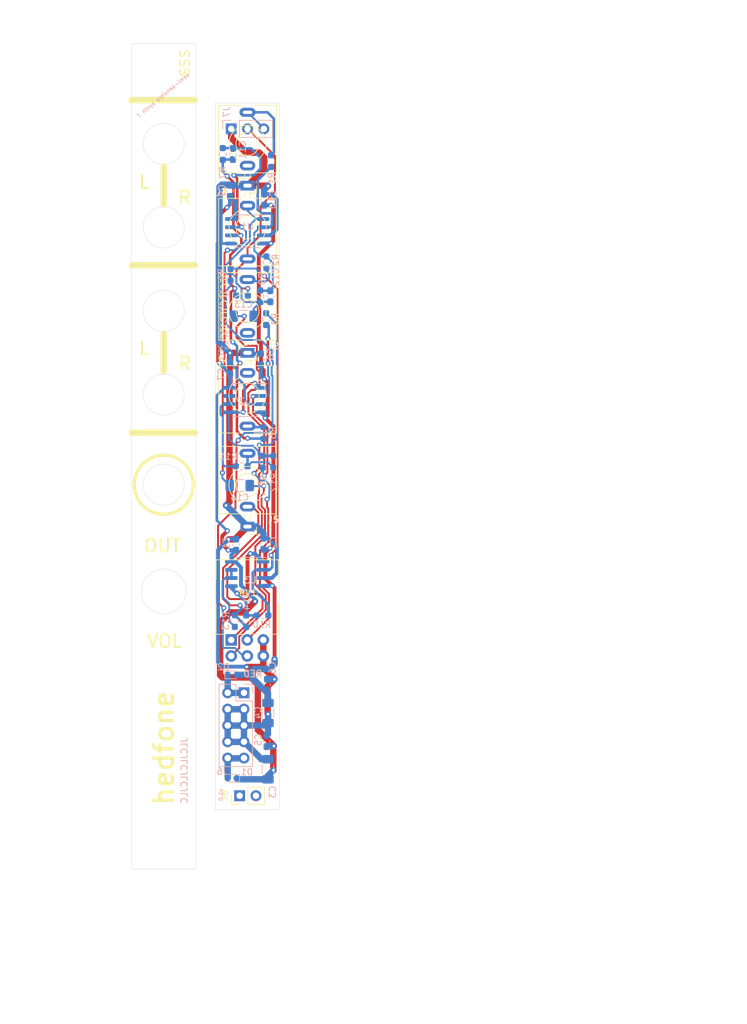
<source format=kicad_pcb>
(kicad_pcb (version 20211014) (generator pcbnew)
  (layers (0 "F.Cu" signal) (31 "B.Cu" signal) (34 "B.Paste" user) (35 "F.Paste" user) (36 "B.SilkS" user "B.Silkscreen") (37 "F.SilkS" user "F.Silkscreen") (38 "B.Mask" user) (39 "F.Mask" user) (44 "Edge.Cuts" user))
  (net 0 "")
  (net 1 "GND")
  (net 2 "+12V")
  (net 3 "-12V")
  (net 4 "Net-(D1-Pad2)")
  (net 5 "Net-(D2-Pad1)")
  (net 8 "Net-(J4-PadT)")
  (net 9 "Net-(R10-Pad1)")
  (net 10 "Net-(R11-Pad2)")
  (net 13 "Net-(R10-Pad2)")
  (net 14 "Net-(R13-Pad2)")
  (net 15 "Net-(J2-PadT)")
  (net 17 "Net-(C11-Pad2)")
  (net 18 "Net-(C12-Pad2)")
  (net 19 "Net-(C11-Pad1)")
  (net 20 "Net-(C13-Pad2)")
  (net 21 "Net-(C14-Pad2)")
  (net 22 "Net-(J5-PadT)")
  (net 23 "Net-(J5-PadTN)")
  (net 24 "Net-(R3-Pad1)")
  (net 25 "Net-(R12-Pad2)")
  (net 26 "/L_POT_OUT")
  (net 27 "/R_POT_OUT")
  (net 28 "L_IN")
  (net 29 "R_IN")
  (net 30 "Net-(R2-Pad1)")
  (footprint "MountingHole:MountingHole_3.2mm_M3" (layer "F.Cu") (at -10.4816 116.25)
    (fp_text reference "M3 Screw")
    (fp_text value "MountingHole_3.2mm_M3")
  )
  (footprint "Eurorack:3.5mm_tip_switch_thonkiconn" (layer "F.Cu") (at 5.03 65.944 180)
    (fp_text reference "J5")
    (fp_text value "OUT_LR")
  )
  (footprint "Potentiometer_THT:Potentiometer_Alpha_RD902F-40-00D_Dual_Vertical" (layer "F.Cu") (at 2.4892 83.584 90)
    (fp_text reference "RV1")
    (fp_text value "A100K")
  )
  (footprint "Eurorack:3.5mm_tip_switch_thonkiconn" (layer "F.Cu") (at 5.03 12.8774)
    (fp_text reference "J3")
    (fp_text value "IN_R1")
  )
  (footprint "Eurorack:3.5mm_tip_switch_thonkiconn" (layer "F.Cu") (at 5.03 38.893 180)
    (fp_text reference "J2")
    (fp_text value "IN_L2")
  )
  (footprint "Connector_PinHeader_2.54mm:PinHeader_1x02_P2.54mm_Vertical" (layer "F.Cu") (at 3.805 107.841 90)
    (fp_text reference "J8")
    (fp_text value "Conn_01x02_Female")
  )
  (footprint "Eurorack:3.5mm_tip_switch_thonkiconn" (layer "F.Cu") (at 5.03 12.858 180)
    (fp_text reference "J1")
    (fp_text value "IN_L1")
  )
  (footprint "MountingHole:MountingHole_3.2mm_M3" (layer "F.Cu") (at -10.4816 -6.25)
    (fp_text reference "M3 screw")
    (fp_text value locked "MountingHole_3.2mm_M3")
  )
  (footprint "Eurorack:3.5mm_tip_switch_thonkiconn" (layer "F.Cu") (at 5.03 38.907)
    (fp_text reference "J4")
    (fp_text value "IN_R2")
  )
  (footprint "Resistor_SMD:R_0603_1608Metric_Pad0.98x0.95mm_HandSolder" (layer "B.Cu") (at 3.048 80.6376 -90)
    (fp_text reference "R13")
    (fp_text value "47")
  )
  (footprint "Capacitor_SMD:C_0603_1608Metric_Pad1.08x0.95mm_HandSolder" (layer "B.Cu") (at 2.7432 7.9428 90)
    (fp_text reference "C11")
    (fp_text value "47p")
  )
  (footprint "Resistor_SMD:R_0603_1608Metric_Pad0.98x0.95mm_HandSolder" (layer "B.Cu") (at 4.1656 29.99)
    (fp_text reference "R5")
    (fp_text value "100k")
  )
  (footprint "Capacitor_SMD:C_1206_3216Metric_Pad1.33x1.80mm_HandSolder" (layer "B.Cu") (at 8.2088 103.7208 90)
    (fp_text reference "C3")
    (fp_text value "10u")
  )
  (footprint "Package_SO:SOIC-8_3.9x4.9mm_P1.27mm" (layer "B.Cu") (at 4.983 73.317 180)
    (fp_text reference "U3")
    (fp_text value "NE5532")
  )
  (footprint "Capacitor_SMD:C_1206_3216Metric_Pad1.33x1.80mm_HandSolder" (layer "B.Cu") (at 4.4196 33.1904 180)
    (fp_text reference "C13")
    (fp_text value "10u")
  )
  (footprint "Capacitor_SMD:C_0603_1608Metric_Pad1.08x0.95mm_HandSolder" (layer "B.Cu") (at 7.523 68.618 90)
    (fp_text reference "C2")
    (fp_text value "100n")
  )
  (footprint "Resistor_SMD:R_0603_1608Metric_Pad0.98x0.95mm_HandSolder" (layer "B.Cu") (at 4.826 80.6884 90)
    (fp_text reference "R14")
    (fp_text value "47")
  )
  (footprint "Resistor_SMD:R_0603_1608Metric_Pad0.98x0.95mm_HandSolder" (layer "B.Cu") (at 7.0104 30.0916 90)
    (fp_text reference "R8")
    (fp_text value "43k")
  )
  (footprint "Capacitor_SMD:C_1206_3216Metric_Pad1.33x1.80mm_HandSolder" (layer "B.Cu") (at 8.2088 94.9578 90)
    (fp_text reference "C4")
    (fp_text value "10u")
  )
  (footprint "Resistor_SMD:R_0603_1608Metric_Pad0.98x0.95mm_HandSolder" (layer "B.Cu") (at 9.0424 55.8472 90)
    (fp_text reference "R12")
    (fp_text value "47")
  )
  (footprint "Capacitor_SMD:C_0603_1608Metric_Pad1.08x0.95mm_HandSolder" (layer "B.Cu") (at 8.001 99.332 -90)
    (fp_text reference "C5")
    (fp_text value "100n")
  )
  (footprint "Resistor_SMD:R_0603_1608Metric_Pad0.98x0.95mm_HandSolder" (layer "B.Cu") (at 7.4168 55.8472 -90)
    (fp_text reference "R9")
    (fp_text value "10k")
  )
  (footprint "Diode_SMD:D_SOD-523" (layer "B.Cu") (at 2.6416 105.1232 180)
    (fp_text reference "D1")
    (fp_text value "1N5819WS")
  )
  (footprint "Resistor_SMD:R_0603_1608Metric_Pad0.98x0.95mm_HandSolder" (layer "B.Cu") (at 7.366 79.774)
    (fp_text reference "R10")
    (fp_text value "10k")
  )
  (footprint "Capacitor_SMD:C_0603_1608Metric_Pad1.08x0.95mm_HandSolder" (layer "B.Cu") (at 8.0818 90.5636 90)
    (fp_text reference "C6")
    (fp_text value "100n")
  )
  (footprint "Resistor_SMD:R_0603_1608Metric_Pad0.98x0.95mm_HandSolder" (layer "B.Cu") (at 1.1684 7.9428 -90)
    (fp_text reference "R7")
    (fp_text value "43k")
  )
  (footprint "Capacitor_SMD:C_0603_1608Metric_Pad1.08x0.95mm_HandSolder" (layer "B.Cu") (at 7.62 15.0548 90)
    (fp_text reference "C10")
    (fp_text value "100n")
  )
  (footprint "Resistor_SMD:R_0603_1608Metric_Pad0.98x0.95mm_HandSolder" (layer "B.Cu") (at 2.3876 26.7407 -90)
    (fp_text reference "R4")
    (fp_text value "10k")
  )
  (footprint "Resistor_SMD:R_0603_1608Metric_Pad0.98x0.95mm_HandSolder" (layer "B.Cu") (at 7.5184 51.3768 90)
    (fp_text reference "R6")
    (fp_text value "100k")
  )
  (footprint "Package_SO:SOIC-8_3.9x4.9mm_P1.27mm" (layer "B.Cu") (at 4.6228 46.246 180)
    (fp_text reference "U2")
    (fp_text value "NE5532")
  )
  (footprint "Diode_SMD:D_SOD-523" (layer "B.Cu") (at 2.6416 89.0196)
    (fp_text reference "D2")
    (fp_text value "1N5819WS")
  )
  (footprint "Capacitor_SMD:C_0603_1608Metric_Pad1.08x0.95mm_HandSolder" (layer "B.Cu") (at 2.316 41.313 90)
    (fp_text reference "C7")
    (fp_text value "100n")
  )
  (footprint "Capacitor_SMD:C_1206_3216Metric_Pad1.33x1.80mm_HandSolder" (layer "B.Cu") (at 3.81 59.5556)
    (fp_text reference "C14")
    (fp_text value "10u")
  )
  (footprint "Resistor_SMD:R_0603_1608Metric_Pad0.98x0.95mm_HandSolder" (layer "B.Cu") (at 7.9248 33.6476 90)
    (fp_text reference "R3")
    (fp_text value "10k")
  )
  (footprint "Resistor_SMD:R_0603_1608Metric_Pad0.98x0.95mm_HandSolder" (layer "B.Cu") (at 8.6868 9.0604 90)
    (fp_text reference "R1")
    (fp_text value "100k")
  )
  (footprint "Capacitor_SMD:C_0603_1608Metric_Pad1.08x0.95mm_HandSolder" (layer "B.Cu") (at 7.112 39.896 90)
    (fp_text reference "C8")
    (fp_text value "100n")
  )
  (footprint "Connector_PinHeader_2.54mm:PinHeader_1x03_P2.54mm_Vertical" (layer "B.Cu") (at 2.4892 4.0312 -90)
    (fp_text reference "J7")
    (fp_text value "Conn_01x03_Male")
  )
  (footprint "Package_SO:SOIC-8_3.9x4.9mm_P1.27mm" (layer "B.Cu") (at 4.983 19.977 180)
    (fp_text reference "U1")
    (fp_text value "TL072")
  )
  (footprint "Capacitor_SMD:C_0603_1608Metric_Pad1.08x0.95mm_HandSolder" (layer "B.Cu") (at 2.286 13.6832 90)
    (fp_text reference "C9")
    (fp_text value "100n")
  )
  (footprint "Resistor_SMD:R_0603_1608Metric_Pad0.98x0.95mm_HandSolder" (layer "B.Cu") (at 4.1148 56.5584 180)
    (fp_text reference "R11")
    (fp_text value "47")
  )
  (footprint "Capacitor_SMD:C_0603_1608Metric_Pad1.08x0.95mm_HandSolder" (layer "B.Cu") (at 8.5852 30.0916 -90)
    (fp_text reference "C12")
    (fp_text value "47p")
  )
  (footprint "Capacitor_SMD:C_0603_1608Metric_Pad1.08x0.95mm_HandSolder" (layer "B.Cu") (at 3.2512 68.7504 90)
    (fp_text reference "C1")
    (fp_text value "100n")
  )
  (footprint "Connector_PinHeader_2.54mm:PinHeader_2x05_P2.54mm_Vertical" (layer "B.Cu") (at 4.48 91.8186 180)
    (fp_text reference "J6")
    (fp_text value "Eurorack Power")
  )
  (footprint "Resistor_SMD:R_0603_1608Metric_Pad0.98x0.95mm_HandSolder" (layer "B.Cu") (at 7.9756 24.8084 -90)
    (fp_text reference "R2")
    (fp_text value "100k")
  )
  (gr_line (start -3.1496 51.326) (end -13.0048 51.326) (layer "F.SilkS") (width 1))
  (gr_line (start -3.1496 25.2656) (end -13.0048 25.2656) (layer "F.SilkS") (width 1))
  (gr_circle (center -8.0216 59.429) (end -3.4216 59.429) (layer "F.SilkS") (width 0.5) (fill none))
  (gr_line (start -3.2004 -0.4392) (end -13.0556 -0.4392) (layer "F.SilkS") (width 1))
  (gr_line (start -8.03 41.83) (end -8.03 35.96) (layer "F.SilkS") (width 1))
  (gr_line (start -8.0264 15.8054) (end -8.0264 9.9354) (layer "F.SilkS") (width 1))
  (gr_line (start 0.03 0.02) (end 10.03 0.02) (layer "Edge.Cuts") (width 0.05))
  (gr_line (start 10.03 0.02) (end 10.03 110.02) (layer "Edge.Cuts") (width 0.05))
  (gr_circle locked (center -8.0216 59.429) (end -4.8216 59.429) (layer "Edge.Cuts") (width 0.05) (fill none))
  (gr_circle (center -8.0216 76.0604) (end -4.5216 76.0604) (layer "Edge.Cuts") (width 0.05) (fill none))
  (gr_circle locked (center -8.0216 6.368) (end -4.8216 6.368) (layer "Edge.Cuts") (width 0.05) (fill none))
  (gr_line (start 0.03 110.02) (end 10.03 110.02) (layer "Edge.Cuts") (width 0.05))
  (gr_line (start 0.03 0.02) (end 0.03 110.02) (layer "Edge.Cuts") (width 0.05))
  (gr_circle locked (center -8.0216 32.403) (end -4.8216 32.403) (layer "Edge.Cuts") (width 0.05) (fill none))
  (gr_line locked (start -13.0216 -9.25) (end -3.0216 -9.25) (layer "Edge.Cuts") (width 0.05))
  (gr_line locked (start -13.0216 -9.25) (end -13.0216 119.25) (layer "Edge.Cuts") (width 0.05))
  (gr_line (start -3.0216 -9.25) (end -3.0216 119.25) (layer "Edge.Cuts") (width 0.05))
  (gr_circle locked (center -8.0216 19.3732) (end -4.8216 19.3732) (layer "Edge.Cuts") (width 0.05) (fill none))
  (gr_line locked (start -13.0216 119.25) (end -3.0216 119.25) (layer "Edge.Cuts") (width 0.05))
  (gr_circle locked (center -8.0216 45.3828) (end -4.8216 45.3828) (layer "Edge.Cuts") (width 0.05) (fill none))
  (gr_text "semi-sensible synth ?" (at -8.128 -1.2012 40) (layer "B.SilkS") (effects (font (size 0.6 0.6) (thickness 0.1)) (justify mirror)))
  (gr_text "Andrew Perry, 2023" (at 0.8128 35.5272 90) (layer "B.SilkS") (effects (font (size 0.6 0.6) (thickness 0.1)) (justify mirror)))
  (gr_text "CC BY 4.0" (at 1.8796 36.086 90) (layer "B.SilkS") (effects (font (size 0.6 0.6) (thickness 0.1)) (justify mirror)))
  (gr_text "v1.0" (at 0.8636 107.714 90) (layer "B.SilkS") (effects (font (size 0.6 0.6) (thickness 0.1)) (justify mirror)))
  (gr_text "JLCJLCJLCJLC" (at -4.826 103.9548 90) (layer "B.SilkS") (effects (font (size 1 1)) (justify mirror)))
  (gr_text "RED" (at 5.842 88.8672) (layer "B.SilkS") (effects (font (size 1 1) (thickness 0.2)) (justify mirror)))
  (gr_text "SSS" (at -4.7244 -6.2304 90) (layer "F.SilkS") (effects (font (size 1.5 1.5) (thickness 0.2))))
  (gr_text "L" (at -11.0744 12.3116) (layer "F.SilkS") (effects (font (size 2 2) (thickness 0.3))))
  (gr_text "R" (at -4.7244 40.5564) (layer "F.SilkS") (effects (font (size 2 2) (thickness 0.3))))
  (gr_text "JLCJLCJLCJLC" (at 1.3208 31.6156 -90) (layer "F.SilkS") (effects (font (size 1 1))))
  (gr_text "L" (at -11.0744 38.2196) (layer "F.SilkS") (effects (font (size 2 2) (thickness 0.3))))
  (gr_text "VOL" (at -7.874 83.7872) (layer "F.SilkS") (effects (font (size 2 2) (thickness 0.3))))
  (gr_text "hedfone" (at -8 109.5936 90) (layer "F.SilkS") (effects (font (size 3 3) (thickness 0.5)) (justify left)))
  (gr_text "R" (at -4.7752 14.6992) (layer "F.SilkS") (effects (font (size 2 2) (thickness 0.3))))
  (gr_text "OUT" (at -8.2296 68.9028) (layer "F.SilkS") (effects (font (size 2 2) (thickness 0.3))))
  (segment (start 1.6764 62.6544) (end 2.217111 62.113689) (width 1) (layer "F.Cu") (net 1))
  (segment (start 4.914465 87.787265) (end 4.889806 87.787265) (width 0.6) (layer "F.Cu") (net 1))
  (segment (start 7.62 10.2874) (end 5.03 12.8774) (width 1) (layer "F.Cu") (net 1))
  (segment (start 3.0364 67.9376) (end 5.03 65.944) (width 1) (layer "F.Cu") (net 1))
  (segment (start 7.4892 83.584) (end 7.4892 86.084) (width 1) (layer "F.Cu") (net 1))
  (segment (start 2.4892 4.0312) (end 2.4892 5.4536) (width 1) (layer "F.Cu") (net 1))
  (segment (start 8.158 90.7922) (end 9.2248 89.7254) (width 1) (layer "F.Cu") (net 1))
  (segment (start 7.376 87.8004) (end 9.2248 89.6492) (width 1) (layer "F.Cu") (net 1))
  (segment (start 4.9276 87.8004) (end 4.914465 87.787265) (width 0.6) (layer "F.Cu") (net 1))
  (segment (start 7.62 8.5016) (end 7.62 10.2874) (width 1) (layer "F.Cu") (net 1))
  (segment (start 2.309 38.907) (end 5.03 38.907) (width 1) (layer "F.Cu") (net 1))
  (segment (start 8.2296 12.9212) (end 8.1858 12.8774) (width 1) (layer "F.Cu") (net 1))
  (segment (start 9.2248 89.6492) (end 9.2248 89.7254) (width 1) (layer "F.Cu") (net 1))
  (segment (start 2.310231 41.218741) (end 2.310231 38.945031) (width 1) (layer "F.Cu") (net 1))
  (segment (start 7.376 87.8004) (end 7.4892 87.6872) (width 1) (layer "F.Cu") (net 1))
  (segment (start 6.858 7.7396) (end 7.62 8.5016) (width 1) (layer "F.Cu") (net 1))
  (segment (start 2.4892 5.4536) (end 4.7752 7.7396) (width 1) (layer "F.Cu") (net 1))
  (segment (start 8.158 95.0594) (end 8.158 90.7922) (width 1) (layer "F.Cu") (net 1))
  (segment (start 7.4892 87.6872) (end 7.4892 86.084) (width 1) (layer "F.Cu") (net 1))
  (segment (start 8.2342 95.1356) (end 8.158 95.0594) (width 1) (layer "F.Cu") (net 1))
  (segment (start 2.217111 41.311861) (end 2.310231 41.218741) (width 1) (layer "F.Cu") (net 1))
  (segment (start 2.0828 67.9376) (end 3.0364 67.9376) (width 1) (layer "F.Cu") (net 1))
  (segment (start 2.310231 38.945031) (end 2.2906 38.9254) (width 1) (layer "F.Cu") (net 1))
  (segment (start 4.7752 7.7396) (end 6.858 7.7396) (width 1) (layer "F.Cu") (net 1))
  (segment (start 8.1858 12.8774) (end 5.03 12.8774) (width 1) (layer "F.Cu") (net 1))
  (segment (start 2.2906 38.9254) (end 2.309 38.907) (width 0.6) (layer "F.Cu") (net 1))
  (segment (start 2.217111 62.113689) (end 2.217111 41.311861) (width 1) (layer "F.Cu") (net 1))
  (segment (start 4.9276 87.8004) (end 7.376 87.8004) (width 1) (layer "F.Cu") (net 1))
  (via (at 1.6764 62.6544) (size 0.8) (drill 0.4) (layers "F.Cu" "B.Cu") (net 1))
  (via (at 8.2296 12.9212) (size 0.8) (drill 0.4) (layers "F.Cu" "B.Cu") (net 1))
  (via (at 2.2906 38.9254) (size 0.8) (drill 0.4) (layers "F.Cu" "B.Cu") (net 1))
  (via (at 2.0828 67.9376) (size 0.8) (drill 0.4) (layers "F.Cu" "B.Cu") (net 1))
  (via (at 9.2248 89.7254) (size 0.8) (drill 0.4) (layers "F.Cu" "B.Cu") (net 1))
  (via (at 4.889806 87.787265) (size 0.8) (drill 0.4) (layers "F.Cu" "B.Cu") (net 1))
  (via (at 8.2342 95.1356) (size 0.8) (drill 0.4) (layers "F.Cu" "B.Cu") (net 1))
  (segment (start 4.48 96.8986) (end 7.8305 96.8986) (width 1) (layer "B.Cu") (net 1))
  (segment (start 4.889806 87.787265) (end 4.852141 87.7496) (width 0.6) (layer "B.Cu") (net 1))
  (segment (start 1.935 94.379) (end 1.935 96.919) (width 1) (layer "B.Cu") (net 1))
  (segment (start 0.43396 69.58644) (end 2.0828 67.9376) (width 0.6) (layer "B.Cu") (net 1))
  (segment (start 0.43396 87.01516) (end 0.43396 69.58644) (width 0.6) (layer "B.Cu") (net 1))
  (segment (start 4.475 94.379) (end 4.475 96.919) (width 1) (layer "B.Cu") (net 1))
  (segment (start 8.232821 67.7555) (end 7.523 67.7555) (width 0.6) (layer "B.Cu") (net 1))
  (segment (start 7.1997 102.1583) (end 8.2088 102.1583) (width 1) (layer "B.Cu") (net 1))
  (segment (start 7.458 73.952) (end 8.8192 73.952) (width 0.6) (layer "B.Cu") (net 1))
  (segment (start 1.6764 62.6544) (end 1.7404 62.6544) (width 1) (layer "B.Cu") (net 1))
  (segment (start 2.508 21.882) (end 0.62216 21.882) (width 0.4) (layer "B.Cu") (net 1))
  (segment (start 9.58952 70.789518) (end 9.6012 70.777838) (width 0.6) (layer "B.Cu") (net 1))
  (segment (start 8.2088 96.5203) (end 8.2088 98.2617) (width 1) (layer "B.Cu") (net 1))
  (segment (start 7.523 67.7555) (end 7.523 66.977) (width 1) (layer "B.Cu") (net 1))
  (segment (start 2.316 38.9508) (end 2.316 40.4505) (width 0.6) (layer "B.Cu") (net 1))
  (segment (start 7.62 13.5308) (end 7.62 14.1923) (width 1) (layer "B.Cu") (net 1))
  (segment (start 9.56872 19.65928) (end 9.56872 15.02232) (width 0.6) (layer "B.Cu") (net 1))
  (segment (start 9.2005 89.7011) (end 8.0818 89.7011) (width 1) (layer "B.Cu") (net 1))
  (segment (start 9.56872 15.02232) (end 8.7387 14.1923) (width 0.6) (layer "B.Cu") (net 1))
  (segment (start 4.852141 87.7496) (end 1.1684 87.7496) (width 0.6) (layer "B.Cu") (net 1))
  (segment (start 2.0828 67.9376) (end 2.1325 67.8879) (width 0.6) (layer "B.Cu") (net 1))
  (segment (start 8.1711 102.1206) (end 8.2088 102.1583) (width 1) (layer "B.Cu") (net 1))
  (segment (start 0.57508 21.92908) (end 0.6604 21.84376) (width 1) (layer "B.Cu") (net 1))
  (segment (start 4.475 99.459) (end 1.935 99.459) (width 1) (layer "B.Cu") (net 1))
  (segment (start 2.1833 12.718) (end 2.286 12.8207) (width 1) (layer "B.Cu") (net 1))
  (segment (start 2.9326 12.858) (end 5.03 12.858) (width 1) (layer "B.Cu") (net 1))
  (segment (start 8.2342 95.1356) (end 8.2342 96.4949) (width 1) (layer "B.Cu") (net 1))
  (segment (start 2.1325 67.8879) (end 3.2512 67.8879) (width 0.6) (layer "B.Cu") (net 1))
  (segment (start 1.7404 62.6544) (end 5.03 65.944) (width 1) (layer "B.Cu") (net 1))
  (segment (start 8.2296 12.9212) (end 7.62 13.5308) (width 1) (layer "B.Cu") (net 1))
  (segment (start 7.8305 96.8986) (end 8.2088 96.5203) (width 1) (layer "B.Cu") (net 1))
  (segment (start 7.523 66.977) (end 6.49 65.944) (width 1) (layer "B.Cu") (net 1))
  (segment (start 5.1565 39.0335) (end 5.03 38.907) (width 0.6) (layer "B.Cu") (net 1))
  (segment (start 6.49 65.944) (end 5.03 65.944) (width 1) (layer "B.Cu") (net 1))
  (segment (start 4.475 96.919) (end 4.475 99.459) (width 1) (layer "B.Cu") (net 1))
  (segment (start 1.016 12.718) (end 2.1833 12.718) (width 1) (layer "B.Cu") (net 1))
  (segment (start 8.616 20.612) (end 9.56872 19.65928) (width 0.6) (layer "B.Cu") (net 1))
  (segment (start 3.3528 41.4873) (end 2.316 40.4505) (width 0.4) (layer "B.Cu") (net 1))
  (segment (start 7.0978 46.881) (end 5.3086 46.881) (width 0.4) (layer "B.Cu") (net 1))
  (segment (start 7.458 20.612) (end 8.616 20.612) (width 0.6) (layer "B.Cu") (net 1))
  (segment (start 5.3086 46.881) (end 4.572 46.1444) (width 0.4) (layer "B.Cu") (net 1))
  (segment (start 3.3528 42.69) (end 3.3528 41.4873) (width 0.4) (layer "B.Cu") (net 1))
  (segment (start 2.2906 38.9254) (end 2.316 38.9508) (width 0.6) (layer "B.Cu") (net 1))
  (segment (start 1.935 96.919) (end 4.475 96.919) (width 1) (layer "B.Cu") (net 1))
  (segment (start 7.112 39.0335) (end 5.1565 39.0335) (width 0.6) (layer "B.Cu") (net 1))
  (segment (start 8.2088 98.2617) (end 8.001 98.4695) (width 1) (layer "B.Cu") (net 1))
  (segment (start 8.8192 73.952) (end 9.58952 73.18168) (width 0.6) (layer "B.Cu") (net 1))
  (segment (start 4.48 99.4386) (end 7.1997 102.1583) (width 1) (layer "B.Cu") (net 1))
  (segment (start 0.6604 13.0736) (end 1.016 12.718) (width 1) (layer "B.Cu") (net 1))
  (segment (start 9.2248 89.7254) (end 9.2005 89.7011) (width 1) (layer "B.Cu") (net 1))
  (segment (start 1.1684 87.7496) (end 0.43396 87.01516) (width 0.6) (layer "B.Cu") (net 1))
  (segment (start 9.6012 69.123879) (end 8.232821 67.7555) (width 0.6) (layer "B.Cu") (net 1))
  (segment (start 8.7387 14.1923) (end 7.62 14.1923) (width 0.6) (layer "B.Cu") (net 1))
  (segment (start 4.572 43.9092) (end 3.3528 42.69) (width 0.4) (layer "B.Cu") (net 1))
  (segment (start 1.935 96.919) (end 1.935 99.459) (width 1) (layer "B.Cu") (net 1))
  (segment (start 2.286 12.8207) (end 2.8953 12.8207) (width 1) (layer "B.Cu") (net 1))
  (segment (start 2.316 38.9508) (end 0.57508 37.20988) (width 1) (layer "B.Cu") (net 1))
  (segment (start 4.572 46.1444) (end 4.572 43.9092) (width 0.4) (layer "B.Cu") (net 1))
  (segment (start 9.6012 70.777838) (end 9.6012 69.123879) (width 0.6) (layer "B.Cu") (net 1))
  (segment (start 2.8953 12.8207) (end 2.9326 12.858) (width 1) (layer "B.Cu") (net 1))
  (segment (start 0.62216 21.882) (end 0.57508 21.92908) (width 0.4) (layer "B.Cu") (net 1))
  (segment (start 0.6604 21.84376) (end 0.6604 13.0736) (width 1) (layer "B.Cu") (net 1))
  (segment (start 0.57508 37.20988) (end 0.57508 21.92908) (width 1) (layer "B.Cu") (net 1))
  (segment (start 1.935 94.379) (end 4.475 94.379) (width 1) (layer "B.Cu") (net 1))
  (segment (start 9.58952 73.18168) (end 9.58952 70.789518) (width 0.6) (layer "B.Cu") (net 1))
  (segment (start 5.5372 89.426) (end 6.634 90.5228) (width 1) (layer "F.Cu") (net 2))
  (segment (start 6.1976 77.5896) (end 4.488489 79.298711) (width 1) (layer "F.Cu") (net 2))
  (segment (start 0.762 89.0704) (end 1.1176 89.426) (width 1) (layer "F.Cu") (net 2))
  (segment (start 6.634 97.584) (end 9.144 100.094) (width 1) (layer "F.Cu") (net 2))
  (segment (start 9.0724 103.8732) (end 9.047 103.8478) (width 1) (layer "F.Cu") (net 2))
  (segment (start 0.4572 40.3024) (end 0.7112 40.5564) (width 0.6) (layer "F.Cu") (net 2))
  (segment (start 9.047 103.8478) (end 9.047 100.241) (width 1) (layer "F.Cu") (net 2))
  (segment (start 1.8796 66.6168) (end 1.08328 67.41312) (width 0.6) (layer "F.Cu") (net 2))
  (segment (start 0.762 80.8408) (end 0.762 89.0704) (width 1) (layer "F.Cu") (net 2))
  (segment (start 1.08328 67.41312) (end 1.08328 68.66528) (width 0.6) (layer "F.Cu") (net 2))
  (segment (start 4.488489 79.298711) (end 2.304089 79.298711) (width 1) (layer "F.Cu") (net 2))
  (segment (start 1.08328 68.66528) (end 2.032 69.614) (width 0.6) (layer "F.Cu") (net 2))
  (segment (start 1.8288 16.274) (end 0.4572 17.6456) (width 0.6) (layer "F.Cu") (net 2))
  (segment (start 1.1176 89.426) (end 5.5372 89.426) (width 1) (layer "F.Cu") (net 2))
  (segment (start 6.634 90.5228) (end 6.634 97.584) (width 1) (layer "F.Cu") (net 2))
  (segment (start 0.4572 17.6456) (end 0.4572 40.3024) (width 0.6) (layer "F.Cu") (net 2))
  (segment (start 2.304089 79.298711) (end 0.762 80.8408) (width 1) (layer "F.Cu") (net 2))
  (via (at 6.1976 77.5896) (size 0.8) (drill 0.4) (layers "F.Cu" "B.Cu") (net 2))
  (via (at 2.032 69.614) (size 0.8) (drill 0.4) (layers "F.Cu" "B.Cu") (net 2))
  (via (at 9.144 100.094) (size 0.8) (drill 0.4) (layers "F.Cu" "B.Cu") (net 2))
  (via (at 1.8288 16.274) (size 0.8) (drill 0.4) (layers "F.Cu" "B.Cu") (net 2))
  (via (at 0.7112 40.5564) (size 0.8) (drill 0.4) (layers "F.Cu" "B.Cu") (net 2))
  (via (at 9.0724 103.8732) (size 0.8) (drill 0.4) (layers "F.Cu" "B.Cu") (net 2))
  (via (at 1.8796 66.6168) (size 0.8) (drill 0.4) (layers "F.Cu" "B.Cu") (net 2))
  (segment (start 1.8796 66.6168) (end 0.254 64.9912) (width 0.4) (layer "B.Cu") (net 2))
  (segment (start 6.1976 77.5896) (end 6.1976 77.2848) (width 0.6) (layer "B.Cu") (net 2))
  (segment (start 3.1496 15.4093) (end 3.1496 17.4304) (width 0.6) (layer "B.Cu") (net 2))
  (segment (start 9.1251 100.1129) (end 8.2342 100.1129) (width 1) (layer "B.Cu") (net 2))
  (segment (start 0.254 45.5086) (end 1.4216 44.341) (width 0.4) (layer "B.Cu") (net 2))
  (segment (start 1.34148 41.18668) (end 1.34148 41.20098) (width 0.6) (layer "B.Cu") (net 2))
  (segment (start 1.34148 41.20098) (end 2.316 42.1755) (width 0.6) (layer "B.Cu") (net 2))
  (segment (start 2.508 71.412) (end 2.508 70.3561) (width 0.6) (layer "B.Cu") (net 2))
  (segment (start 1.4216 44.341) (end 2.1478 44.341) (width 0.4) (layer "B.Cu") (net 2))
  (segment (start 2.508 70.3561) (end 3.2512 69.6129) (width 0.6) (layer "B.Cu") (net 2))
  (segment (start 1.8288 16.274) (end 2.286 15.8168) (width 0.6) (layer "B.Cu") (net 2))
  (segment (start 0.7112 40.5564) (end 1.34148 41.18668) (width 0.6) (layer "B.Cu") (net 2))
  (segment (start 2.3368 42.1963) (end 2.316 42.1755) (width 0.6) (layer "B.Cu") (net 2))
  (segment (start 2.032 69.614) (end 2.0331 69.6129) (width 0.4) (layer "B.Cu") (net 2))
  (segment (start 8.2088 104.7368) (end 8.2088 105.2833) (width 1) (layer "B.Cu") (net 2))
  (segment (start 2.0331 69.6129) (end 3.2512 69.6129) (width 0.6) (layer "B.Cu") (net 2))
  (segment (start 2.286 14.5457) (end 3.1496 15.4093) (width 0.6) (layer "B.Cu") (net 2))
  (segment (start 4.0132 72.293641) (end 3.131559 71.412) (width 0.6) (layer "B.Cu") (net 2))
  (segment (start 3.5017 105.2833) (end 3.3416 105.1232) (width 1) (layer "B.Cu") (net 2))
  (segment (start 4.0132 75.1004) (end 4.0132 72.293641) (width 0.6) (layer "B.Cu") (net 2))
  (segment (start 6.1976 77.2848) (end 4.0132 75.1004) (width 0.6) (layer "B.Cu") (net 2))
  (segment (start 2.3368 44.152) (end 2.3368 42.1963) (width 0.6) (layer "B.Cu") (net 2))
  (segment (start 9.0724 103.8732) (end 8.2088 104.7368) (width 1) (layer "B.Cu") (net 2))
  (segment (start 0.254 64.9912) (end 0.254 45.5086) (width 0.4) (layer "B.Cu") (net 2))
  (segment (start 2.286 15.8168) (end 2.286 14.5457) (width 0.6) (layer "B.Cu") (net 2))
  (segment (start 3.131559 71.412) (end 2.508 71.412) (width 0.6) (layer "B.Cu") (net 2))
  (segment (start 2.1478 44.341) (end 2.3368 44.152) (width 0.6) (layer "B.Cu") (net 2))
  (segment (start 8.2088 105.2833) (end 3.5017 105.2833) (width 1) (layer "B.Cu") (net 2))
  (segment (start 3.1496 17.4304) (end 2.508 18.072) (width 0.6) (layer "B.Cu") (net 2))
  (segment (start 7.129031 37.52445) (end 6.77952 37.174939) (width 0.6) (layer "F.Cu") (net 3))
  (segment (start 7.6583 42.9948) (end 7.55832 42.89482) (width 0.6) (layer "F.Cu") (net 3))
  (segment (start 6.77952 37.174939) (end 6.77952 34.239111) (width 0.6) (layer "F.Cu") (net 3))
  (segment (start 9.05328 68.770339) (end 8.514419 69.3092) (width 0.6) (layer "F.Cu") (net 3))
  (segment (start 7.802189 70.010089) (end 7.802189 74.063389) (width 0.6) (layer "F.Cu") (net 3))
  (segment (start 6.85131 34.167321) (end 6.85131 32.111879) (width 0.6) (layer "F.Cu") (net 3))
  (segment (start 9.2456 75.5068) (end 8.89 75.1512) (width 0.6) (layer "F.Cu") (net 3))
  (segment (start 9.05328 50.323216) (end 9.05328 68.770339) (width 0.6) (layer "F.Cu") (net 3))
  (segment (start 9.0216 21.50962) (end 8.66922 21.862) (width 0.6) (layer "F.Cu") (net 3))
  (segment (start 8.503078 69.3092) (end 7.802189 70.010089) (width 0.6) (layer "F.Cu") (net 3))
  (segment (start 6.77952 23.7517) (end 8.66922 21.862) (width 0.6) (layer "F.Cu") (net 3))
  (segment (start 6.77952 34.239111) (end 6.85131 34.167321) (width 0.6) (layer "F.Cu") (net 3))
  (segment (start 7.783532 49.053468) (end 9.05328 50.323216) (width 0.6) (layer "F.Cu") (net 3))
  (segment (start 8.66922 15.9184) (end 9.0216 16.27078) (width 0.6) (layer "F.Cu") (net 3))
  (segment (start 8.1788 48.6582) (end 7.783532 49.053468) (width 0.6) (layer "F.Cu") (net 3))
  (segment (start 7.558319 41.611803) (end 7.129031 41.182515) (width 0.6) (layer "F.Cu") (net 3))
  (segment (start 6.77952 32.040089) (end 6.77952 23.7517) (width 0.6) (layer "F.Cu") (net 3))
  (segment (start 7.802189 74.063389) (end 8.89 75.1512) (width 0.6) (layer "F.Cu") (net 3))
  (segment (start 8.1788 43.5153) (end 8.1788 48.6582) (width 0.6) (layer "F.Cu") (net 3))
  (segment (start 7.6583 42.9948) (end 8.1788 43.5153) (width 0.6) (layer "F.Cu") (net 3))
  (segment (start 8.514419 69.3092) (end 8.503078 69.3092) (width 0.6) (layer "F.Cu") (net 3))
  (segment (start 9.2456 86.5812) (end 9.2456 75.5068) (width 0.6) (layer "F.Cu") (net 3))
  (segment (start 9.0216 16.27078) (end 9.0216 21.50962) (width 0.6) (layer "F.Cu") (net 3))
  (segment (start 6.85131 32.111879) (end 6.77952 32.040089) (width 0.6) (layer "F.Cu") (net 3))
  (segment (start 7.129031 41.182515) (end 7.129031 37.52445) (width 0.6) (layer "F.Cu") (net 3))
  (segment (start 7.55832 42.89482) (end 7.558319 41.611803) (width 0.6) (layer "F.Cu") (net 3))
  (via (at 8.89 75.1512) (size 0.8) (drill 0.4) (layers "F.Cu" "B.Cu") (net 3))
  (via (at 8.66922 21.862) (size 0.8) (drill 0.4) (layers "F.Cu" "B.Cu") (net 3))
  (via (at 7.6583 42.9948) (size 0.8) (drill 0.4) (layers "F.Cu" "B.Cu") (net 3))
  (via (at 8.66922 15.9184) (size 0.8) (drill 0.4) (layers "F.Cu" "B.Cu") (net 3))
  (via (at 8.514419 69.3092) (size 0.8) (drill 0.4) (layers "F.Cu" "B.Cu") (net 3))
  (via (at 9.2456 86.5812) (size 0.8) (drill 0.4) (layers "F.Cu" "B.Cu") (net 3))
  (via (at 7.783532 49.053468) (size 0.8) (drill 0.4) (layers "F.Cu" "B.Cu") (net 3))
  (segment (start 5.822 89.5584) (end 8.2088 91.9452) (width 1) (layer "B.Cu") (net 3))
  (segment (start 7.478 21.862) (end 7.458 21.882) (width 0.6) (layer "B.Cu") (net 3))
  (segment (start 5.2124 89.0196) (end 5.822 88.41) (width 1) (layer "B.Cu") (net 3))
  (segment (start 7.783532 48.836732) (end 7.0978 48.151) (width 0.6) (layer "B.Cu") (net 3))
  (segment (start 7.112 42.4485) (end 7.112 40.7585) (width 0.6) (layer "B.Cu") (net 3))
  (segment (start 8.66922 15.9184) (end 7.6211 15.9184) (width 0.6) (layer "B.Cu") (net 3))
  (segment (start 3.3416 89.0196) (end 5.2124 89.0196) (width 1) (layer "B.Cu") (net 3))
  (segment (start 9.2456 86.5812) (end 9.2456 87.2924) (width 1) (layer "B.Cu") (net 3))
  (segment (start 8.4328 88.1052) (end 6.1268 88.1052) (width 1) (layer "B.Cu") (net 3))
  (segment (start 9.2456 87.2924) (end 8.4328 88.1052) (width 1) (layer "B.Cu") (net 3))
  (segment (start 7.783532 49.053468) (end 7.783532 48.836732) (width 0.6) (layer "B.Cu") (net 3))
  (segment (start 5.822 88.41) (end 5.822 89.5584) (width 1) (layer "B.Cu") (net 3))
  (segment (start 7.5288 75.1512) (end 7.458 75.222) (width 0.6) (layer "B.Cu") (net 3))
  (segment (start 8.514419 69.3092) (end 8.343119 69.4805) (width 0.6) (layer "B.Cu") (net 3))
  (segment (start 7.6583 42.9948) (end 7.112 42.4485) (width 0.6) (layer "B.Cu") (net 3))
  (segment (start 7.6211 15.9184) (end 7.62 15.9173) (width 0.6) (layer "B.Cu") (net 3))
  (segment (start 8.89 75.1512) (end 7.5288 75.1512) (width 0.6) (layer "B.Cu") (net 3))
  (segment (start 6.1268 88.1052) (end 5.822 88.41) (width 1) (layer "B.Cu") (net 3))
  (segment (start 8.2088 91.9452) (end 8.2088 93.3953) (width 1) (layer "B.Cu") (net 3))
  (segment (start 8.66922 21.862) (end 7.478 21.862) (width 0.6) (layer "B.Cu") (net 3))
  (segment (start 8.343119 69.4805) (end 7.523 69.4805) (width 0.6) (layer "B.Cu") (net 3))
  (segment (start 1.9604 102.0244) (end 4.4342 102.0244) (width 1) (layer "B.Cu") (net 4))
  (segment (start 1.94 103.558) (end 1.9416 103.5596) (width 1) (layer "B.Cu") (net 4))
  (segment (start 1.9416 103.5596) (end 1.9416 105.1232) (width 1) (layer "B.Cu") (net 4))
  (segment (start 1.94 101.9786) (end 1.94 103.558) (width 1) (layer "B.Cu") (net 4))
  (segment (start 1.94 91.8186) (end 1.94 89.0212) (width 1) (layer "B.Cu") (net 5))
  (segment (start 1.935 91.839) (end 4.475 91.839) (width 1) (layer "B.Cu") (net 5))
  (segment (start 1.94 89.0212) (end 1.9416 89.0196) (width 1) (layer "B.Cu") (net 5))
  (segment (start 5.1873 50.4643) (end 5.03 50.307) (width 0.4) (layer "B.Cu") (net 8))
  (segment (start 7.5184 50.4643) (end 5.1873 50.4643) (width 0.4) (layer "B.Cu") (net 8))
  (segment (start 5.0292 75.8624) (end 4.5212 76.3704) (width 0.6) (layer "F.Cu") (net 9))
  (segment (start 5.0292 70.590152) (end 5.0292 75.8624) (width 0.6) (layer "F.Cu") (net 9))
  (segment (start 4.5212 76.3704) (end 3.4036 76.3704) (width 0.6) (layer "F.Cu") (net 9))
  (segment (start 5.466476 70.152876) (end 5.0292 70.590152) (width 0.6) (layer "F.Cu") (net 9))
  (via (at 5.466476 70.152876) (size 0.8) (drill 0.4) (layers "F.Cu" "B.Cu") (net 9))
  (via (at 3.4036 76.3704) (size 0.8) (drill 0.4) (layers "F.Cu" "B.Cu") (net 9))
  (segment (start 5.466476 70.152876) (end 6.198876 70.152876) (width 0.6) (layer "B.Cu") (net 9))
  (segment (start 3.4036 76.3704) (end 2.508 75.4748) (width 0.6) (layer "B.Cu") (net 9))
  (segment (start 2.508 75.4748) (end 2.508 75.222) (width 0.6) (layer "B.Cu") (net 9))
  (segment (start 6.198876 70.152876) (end 7.458 71.412) (width 0.6) (layer "B.Cu") (net 9))
  (segment (start 4.826 77.7928) (end 4.826 79.7759) (width 0.4) (layer "B.Cu") (net 9))
  (segment (start 6.4535 79.774) (end 4.8279 79.774) (width 0.4) (layer "B.Cu") (net 9))
  (segment (start 3.4036 76.3704) (end 4.826 77.7928) (width 0.4) (layer "B.Cu") (net 9))
  (segment (start 4.8279 79.774) (end 4.826 79.7759) (width 0.4) (layer "B.Cu") (net 9))
  (segment (start 3.2023 56.5584) (end 1.4732 56.5584) (width 0.3) (layer "B.Cu") (net 10))
  (segment (start 1.2446 46.881) (end 2.1478 46.881) (width 0.3) (layer "B.Cu") (net 10))
  (segment (start 1.115893 48.80052) (end 0.82328 48.507907) (width 0.3) (layer "B.Cu") (net 10))
  (segment (start 0.82328 48.507907) (end 0.82328 47.30232) (width 0.3) (layer "B.Cu") (net 10))
  (segment (start 1.1684 48.80052) (end 1.115893 48.80052) (width 0.3) (layer "B.Cu") (net 10))
  (segment (start 1.4732 56.5584) (end 1.1684 56.2536) (width 0.3) (layer "B.Cu") (net 10))
  (segment (start 1.1684 56.2536) (end 1.1684 48.80052) (width 0.3) (layer "B.Cu") (net 10))
  (segment (start 2.1478 46.881) (end 2.1478 45.611) (width 0.4) (layer "B.Cu") (net 10))
  (segment (start 0.82328 47.30232) (end 1.2446 46.881) (width 0.3) (layer "B.Cu") (net 10))
  (segment (start 8.701689 70.405247) (end 8.701689 70.259511) (width 0.3) (layer "F.Cu") (net 13))
  (segment (start 9.7028 28.965791) (end 7.67902 26.942011) (width 0.3) (layer "F.Cu") (net 13))
  (segment (start 8.701689 70.259511) (end 9.7028 69.2584) (width 0.3) (layer "F.Cu") (net 13))
  (segment (start 9.7028 69.2584) (end 9.7028 28.965791) (width 0.3) (layer "F.Cu") (net 13))
  (via (at 8.701689 70.405247) (size 0.8) (drill 0.4) (layers "F.Cu" "B.Cu") (net 13))
  (via (at 7.67902 26.942011) (size 0.8) (drill 0.4) (layers "F.Cu" "B.Cu") (net 13))
  (segment (start 8.4636 72.682) (end 7.458 72.682) (width 0.4) (layer "B.Cu") (net 13))
  (segment (start 6.2792 72.682) (end 7.458 72.682) (width 0.4) (layer "B.Cu") (net 13))
  (segment (start 7.67902 26.942011) (end 7.518411 26.942011) (width 0.3) (layer "B.Cu") (net 13))
  (segment (start 8.701689 70.405247) (end 8.89 70.593558) (width 0.4) (layer "B.Cu") (net 13))
  (segment (start 8.2785 79.774) (end 8.2785 78.0449) (width 0.4) (layer "B.Cu") (net 13))
  (segment (start 5.842 73.1192) (end 6.2792 72.682) (width 0.4) (layer "B.Cu") (net 13))
  (segment (start 8.2785 78.0449) (end 5.842 75.6084) (width 0.4) (layer "B.Cu") (net 13))
  (segment (start 5.842 75.6084) (end 5.842 73.1192) (width 0.4) (layer "B.Cu") (net 13))
  (segment (start 6.3481 25.7717) (end 2.4384 25.7717) (width 0.3) (layer "B.Cu") (net 13))
  (segment (start 8.89 72.2556) (end 8.4636 72.682) (width 0.4) (layer "B.Cu") (net 13))
  (segment (start 7.518411 26.942011) (end 6.3481 25.7717) (width 0.3) (layer "B.Cu") (net 13))
  (segment (start 8.89 70.593558) (end 8.89 72.2556) (width 0.4) (layer "B.Cu") (net 13))
  (segment (start 2.1844 80.6865) (end 3.048 81.5501) (width 0.3) (layer "B.Cu") (net 14))
  (segment (start 1.13348 76.89428) (end 2.1844 77.9452) (width 0.3) (layer "B.Cu") (net 14))
  (segment (start 2.508 73.952) (end 2.508 72.682) (width 0.4) (layer "B.Cu") (net 14))
  (segment (start 1.13348 74.37332) (end 1.13348 76.89428) (width 0.3) (layer "B.Cu") (net 14))
  (segment (start 1.5548 73.952) (end 1.13348 74.37332) (width 0.3) (layer "B.Cu") (net 14))
  (segment (start 2.1844 77.9452) (end 2.1844 80.6865) (width 0.3) (layer "B.Cu") (net 14))
  (segment (start 2.508 73.952) (end 1.5548 73.952) (width 0.3) (layer "B.Cu") (net 14))
  (segment (start 7.93949 27.741511) (end 8.428531 27.25247) (width 0.3) (layer "B.Cu") (net 15))
  (segment (start 5.0781 27.5411) (end 5.03 27.493) (width 0.4) (layer "B.Cu") (net 15))
  (segment (start 5.03 27.493) (end 5.278511 27.741511) (width 0.3) (layer "B.Cu") (net 15))
  (segment (start 8.428531 27.25247) (end 8.428531 26.582131) (width 0.3) (layer "B.Cu") (net 15))
  (segment (start 7.9756 26.1079) (end 8.26565 26.39795) (width 0.3) (layer "B.Cu") (net 15))
  (segment (start 7.9756 25.7209) (end 7.9756 26.1079) (width 0.3) (layer "B.Cu") (net 15))
  (segment (start 8.428531 26.582131) (end 8.2296 26.3832) (width 0.3) (layer "B.Cu") (net 15))
  (segment (start 5.278511 27.741511) (end 7.93949 27.741511) (width 0.3) (layer "B.Cu") (net 15))
  (segment (start 1.1176 57.5744) (end 1.1684 57.5236) (width 0.3) (layer "F.Cu") (net 17))
  (segment (start 1.460711 40.245941) (end 1.441081 40.226311) (width 0.3) (layer "F.Cu") (net 17))
  (segment (start 2.89856 11.2448) (end 3.43048 11.77672) (width 0.4) (layer "F.Cu") (net 17))
  (segment (start 2.8956 11.2448) (end 2.89856 11.2448) (width 0.4) (layer "F.Cu") (net 17))
  (segment (start 1.1684 57.5236) (end 1.1684 41.15917) (width 0.3) (layer "F.Cu") (net 17))
  (segment (start 1.1684 41.15917) (end 1.460711 40.866859) (width 0.3) (layer "F.Cu") (net 17))
  (segment (start 3.43048 18.63768) (end 4.1148 19.322) (width 0.4) (layer "F.Cu") (net 17))
  (segment (start 3.43048 11.77672) (end 3.43048 18.63768) (width 0.4) (layer "F.Cu") (net 17))
  (segment (start 1.441081 23.374815) (end 1.90039 22.915506) (width 0.3) (layer "F.Cu") (net 17))
  (segment (start 1.460711 40.866859) (end 1.460711 40.245941) (width 0.3) (layer "F.Cu") (net 17))
  (segment (start 1.441081 40.226311) (end 1.441081 23.374815) (width 0.3) (layer "F.Cu") (net 17))
  (via (at 1.1176 57.5744) (size 0.8) (drill 0.4) (layers "F.Cu" "B.Cu") (net 17))
  (via (at 4.1148 19.322) (size 0.8) (drill 0.4) (layers "F.Cu" "B.Cu") (net 17))
  (via (at 2.8956 11.2448) (size 0.8) (drill 0.4) (layers "F.Cu" "B.Cu") (net 17))
  (via (at 1.90039 22.915506) (size 0.8) (drill 0.4) (layers "F.Cu" "B.Cu") (net 17))
  (segment (start 2.8956 11.2448) (end 6.0452 11.2448) (width 0.4) (layer "B.Cu") (net 17))
  (segment (start 7.0612 8.5524) (end 5.5891 7.0803) (width 0.4) (layer "B.Cu") (net 17))
  (segment (start 5.5891 7.0803) (end 2.7432 7.0803) (width 0.4) (layer "B.Cu") (net 17))
  (segment (start 1.1176 58.4257) (end 2.2475 59.5556) (width 0.3) (layer "B.Cu") (net 17))
  (segment (start 6.0452 11.2448) (end 7.0612 10.2288) (width 0.4) (layer "B.Cu") (net 17))
  (segment (start 4.79536 21.34959) (end 4.79536 20.00256) (width 0.3) (layer "B.Cu") (net 17))
  (segment (start 4.0948 19.342) (end 4.1148 19.322) (width 0.4) (layer "B.Cu") (net 17))
  (segment (start 4.79536 20.00256) (end 4.1148 19.322) (width 0.3) (layer "B.Cu") (net 17))
  (segment (start 2.7432 7.0803) (end 2.6932 7.0303) (width 0.4) (layer "B.Cu") (net 17))
  (segment (start 1.90039 22.915506) (end 3.229444 22.915506) (width 0.3) (layer "B.Cu") (net 17))
  (segment (start 2.6932 7.0303) (end 1.1684 7.0303) (width 0.4) (layer "B.Cu") (net 17))
  (segment (start 3.229444 22.915506) (end 4.79536 21.34959) (width 0.3) (layer "B.Cu") (net 17))
  (segment (start 7.0612 10.2288) (end 7.0612 8.5524) (width 0.4) (layer "B.Cu") (net 17))
  (segment (start 2.508 19.342) (end 4.0948 19.342) (width 0.4) (layer "B.Cu") (net 17))
  (segment (start 1.1176 57.5744) (end 1.1176 58.4257) (width 0.3) (layer "B.Cu") (net 17))
  (segment (start 4.09012 30.47332) (end 4.6209 31.0041) (width 0.3) (layer "B.Cu") (net 18))
  (segment (start 3.302 28.059584) (end 4.09012 28.847704) (width 0.3) (layer "B.Cu") (net 18))
  (segment (start 5.39488 19.00712) (end 5.39488 21.46568) (width 0.3) (layer "B.Cu") (net 18))
  (segment (start 2.77122 26.66522) (end 3.302 27.196) (width 0.3) (layer "B.Cu") (net 18))
  (segment (start 7.0104 31.0041) (end 5.9821 32.0324) (width 0.3) (layer "B.Cu") (net 18))
  (segment (start 5.03 15.9774) (end 5.03 16.772) (width 0.3) (layer "B.Cu") (net 18))
  (segment (start 5.413664 21.484464) (end 1.524 25.374129) (width 0.3) (layer "B.Cu") (net 18))
  (segment (start 4.09012 28.847704) (end 4.09012 30.47332) (width 0.3) (layer "B.Cu") (net 18))
  (segment (start 6.33 18.072) (end 5.39488 19.00712) (width 0.3) (layer "B.Cu") (net 18))
  (segment (start 6.33 18.072) (end 7.458 18.072) (width 0.3) (layer "B.Cu") (net 18))
  (segment (start 5.03 16.772) (end 6.33 18.072) (width 0.3) (layer "B.Cu") (net 18))
  (segment (start 4.6209 31.0041) (end 7.0104 31.0041) (width 0.3) (layer "B.Cu") (net 18))
  (segment (start 3.302 27.196) (end 3.302 28.059584) (width 0.3) (layer "B.Cu") (net 18))
  (segment (start 1.524 26.282271) (end 1.906949 26.66522) (width 0.3) (layer "B.Cu") (net 18))
  (segment (start 5.9821 32.0324) (end 5.9821 33.1904) (width 0.3) (layer "B.Cu") (net 18))
  (segment (start 1.906949 26.66522) (end 2.77122 26.66522) (width 0.3) (layer "B.Cu") (net 18))
  (segment (start 5.39488 21.46568) (end 5.413664 21.484464) (width 0.3) (layer "B.Cu") (net 18))
  (segment (start 7.0604 30.9541) (end 7.0104 31.0041) (width 0.4) (layer "B.Cu") (net 18))
  (segment (start 8.5852 30.9541) (end 7.0604 30.9541) (width 0.4) (layer "B.Cu") (net 18))
  (segment (start 1.524 25.374129) (end 1.524 26.282271) (width 0.3) (layer "B.Cu") (net 18))
  (segment (start 3.051423 28.868977) (end 2.3368 28.154354) (width 0.4) (layer "F.Cu") (net 19))
  (segment (start 3.38048 51.09968) (end 3.38048 42.533146) (width 0.4) (layer "F.Cu") (net 19))
  (segment (start 3.43048 42.483146) (end 3.43048 40.93592) (width 0.4) (layer "F.Cu") (net 19))
  (segment (start 3.38048 42.533146) (end 3.43048 42.483146) (width 0.4) (layer "F.Cu") (net 19))
  (segment (start 2.3368 23.6908) (end 4.064 21.9636) (width 0.4) (layer "F.Cu") (net 19))
  (segment (start 2.4384 36.8988) (end 2.7432 37.2036) (width 0.4) (layer "F.Cu") (net 19))
  (segment (start 4.064 21.9636) (end 4.064 20.71094) (width 0.4) (layer "F.Cu") (net 19))
  (segment (start 4.4704 52.1896) (end 3.38048 51.09968) (width 0.4) (layer "F.Cu") (net 19))
  (segment (start 3.43048 40.93592) (end 3.8608 40.5056) (width 0.4) (layer "F.Cu") (net 19))
  (segment (start 2.3368 28.154354) (end 2.3368 23.6908) (width 0.4) (layer "F.Cu") (net 19))
  (segment (start 2.4384 29.482) (end 2.4384 36.8988) (width 0.4) (layer "F.Cu") (net 19))
  (segment (start 3.051423 28.868977) (end 2.4384 29.482) (width 0.4) (layer "F.Cu") (net 19))
  (segment (start 4.064 20.71094) (end 3.99586 20.6428) (width 0.4) (layer "F.Cu") (net 19))
  (segment (start 5.0292 52.1896) (end 4.4704 52.1896) (width 0.4) (layer "F.Cu") (net 19))
  (segment (start 1.8796 11.3972) (end 2.83096 12.34856) (width 0.4) (layer "F.Cu") (net 19))
  (segment (start 2.83096 12.34856) (end 2.83096 19.4779) (width 0.4) (layer "F.Cu") (net 19))
  (segment (start 2.83096 19.4779) (end 3.99586 20.6428) (width 0.4) (layer "F.Cu") (net 19))
  (via (at 3.8608 40.5056) (size 0.8) (drill 0.4) (layers "F.Cu" "B.Cu") (net 19))
  (via (at 5.0292 52.1896) (size 0.8) (drill 0.4) (layers "F.Cu" "B.Cu") (net 19))
  (via (at 3.051423 28.868977) (size 0.8) (drill 0.4) (layers "F.Cu" "B.Cu") (net 19))
  (via (at 2.7432 37.2036) (size 0.8) (drill 0.4) (layers "F.Cu" "B.Cu") (net 19))
  (via (at 1.8796 11.3972) (size 0.8) (drill 0.4) (layers "F.Cu" "B.Cu") (net 19))
  (via (at 3.99586 20.6428) (size 0.8) (drill 0.4) (layers "F.Cu" "B.Cu") (net 19))
  (segment (start 3.99586 20.6428) (end 3.96506 20.612) (width 0.4) (layer "B.Cu") (net 19))
  (segment (start 2.7432 37.2036) (end 3.4036 37.864) (width 0.4) (layer "B.Cu") (net 19))
  (segment (start 2.7432 8.8053) (end 1.2184 8.8053) (width 0.4) (layer "B.Cu") (net 19))
  (segment (start 7.4695 52.2404) (end 7.5184 52.2893) (width 0.4) (layer "B.Cu") (net 19))
  (segment (start 1.1684 8.8553) (end 1.1684 10.686) (width 0.4) (layer "B.Cu") (net 19))
  (segment (start 3.051423 29.788323) (end 3.2531 29.99) (width 0.4) (layer "B.Cu") (net 19))
  (segment (start 3.4036 40.0484) (end 3.8608 40.5056) (width 0.4) (layer "B.Cu") (net 19))
  (segment (start 1.1684 10.686) (end 1.8796 11.3972) (width 0.4) (layer "B.Cu") (net 19))
  (segment (start 3.051423 28.868977) (end 3.051423 29.788323) (width 0.4) (layer "B.Cu") (net 19))
  (segment (start 1.2184 8.8053) (end 1.1684 8.8553) (width 0.4) (layer "B.Cu") (net 19))
  (segment (start 5.08 52.2404) (end 7.4695 52.2404) (width 0.4) (layer "B.Cu") (net 19))
  (segment (start 5.0292 52.1896) (end 5.08 52.2404) (width 0.4) (layer "B.Cu") (net 19))
  (segment (start 3.96506 20.612) (end 2.508 20.612) (width 0.4) (layer "B.Cu") (net 19))
  (segment (start 3.4036 37.864) (end 3.4036 40.0484) (width 0.4) (layer "B.Cu") (net 19))
  (segment (start 4.5212 33.6476) (end 3.302 34.8668) (width 0.3) (layer "F.Cu") (net 20))
  (segment (start 5.7912 76.4212) (end 6.858 76.4212) (width 0.3) (layer "F.Cu") (net 20))
  (segment (start 5.169111 48.346865) (end 7.62848 50.806234) (width 0.3) (layer "F.Cu") (net 20))
  (segment (start 4.5212 33.1904) (end 4.5212 33.6476) (width 0.3) (layer "F.Cu") (net 20))
  (segment (start 3.302 34.8668) (end 3.302 36.4924) (width 0.3) (layer "F.Cu") (net 20))
  (segment (start 5.143289 45.997659) (end 5.169111 46.023481) (width 0.3) (layer "F.Cu") (net 20))
  (segment (start 5.169111 46.023481) (end 5.169111 48.346865) (width 0.3) (layer "F.Cu") (net 20))
  (segment (start 7.25512 67.304278) (end 1.8796 72.679798) (width 0.3) (layer "F.Cu") (net 20))
  (segment (start 6.19077 44.6712) (end 5.6388 44.6712) (width 0.3) (layer "F.Cu") (net 20))
  (segment (start 4.9784 77.234) (end 5.7912 76.4212) (width 0.3) (layer "F.Cu") (net 20))
  (segment (start 6.9088 43.95317) (end 6.19077 44.6712) (width 0.3) (layer "F.Cu") (net 20))
  (segment (start 6.7056 60.959008) (end 6.7056 62.994862) (width 0.3) (layer "F.Cu") (net 20))
  (segment (start 6.819689 57.778541) (end 6.819689 60.844919) (width 0.3) (layer "F.Cu") (net 20))
  (segment (start 6.858 76.4212) (end 7.366 76.9292) (width 0.3) (layer "F.Cu") (net 20))
  (segment (start 7.62848 50.806234) (end 7.62848 56.96975) (width 0.3) (layer "F.Cu") (net 20))
  (segment (start 7.366 78.7072) (end 2.4892 83.584) (width 0.3) (layer "F.Cu") (net 20))
  (segment (start 3.302 36.4924) (end 4.603089 37.793489) (width 0.3) (layer "F.Cu") (net 20))
  (segment (start 6.479511 37.793489) (end 6.479511 41.451555) (width 0.3) (layer "F.Cu") (net 20))
  (segment (start 7.366 76.9292) (end 7.366 78.7072) (width 0.3) (layer "F.Cu") (net 20))
  (segment (start 7.25512 63.544382) (end 7.25512 67.304278) (width 0.3) (layer "F.Cu") (net 20))
  (segment (start 7.62848 56.96975) (end 6.819689 57.778541) (width 0.3) (layer "F.Cu") (net 20))
  (segment (start 1.8796 76.8784) (end 2.2352 77.234) (width 0.3) (layer "F.Cu") (net 20))
  (segment (start 6.9088 41.880844) (end 6.9088 43.95317) (width 0.3) (layer "F.Cu") (net 20))
  (segment (start 6.479511 41.451555) (end 6.9088 41.880844) (width 0.3) (layer "F.Cu") (net 20))
  (segment (start 5.143289 45.166711) (end 5.143289 45.997659) (width 0.3) (layer "F.Cu") (net 20))
  (segment (start 5.6388 44.6712) (end 5.143289 45.166711) (width 0.3) (layer "F.Cu") (net 20))
  (segment (start 6.819689 60.844919) (end 6.7056 60.959008) (width 0.3) (layer "F.Cu") (net 20))
  (segment (start 2.2352 77.234) (end 4.9784 77.234) (width 0.3) (layer "F.Cu") (net 20))
  (segment (start 1.8796 72.679798) (end 1.8796 76.8784) (width 0.3) (layer "F.Cu") (net 20))
  (segment (start 4.603089 37.793489) (end 6.479511 37.793489) (width 0.3) (layer "F.Cu") (net 20))
  (segment (start 6.7056 62.994862) (end 7.25512 63.544382) (width 0.3) (layer "F.Cu") (net 20))
  (via (at 4.5212 33.1904) (size 0.8) (drill 0.4) (layers "F.Cu" "B.Cu") (net 20))
  (segment (start 4.5212 33.1904) (end 2.8571 33.1904) (width 0.3) (layer "B.Cu") (net 20))
  (segment (start 7.754639 67.511187) (end 6.2484 69.017426) (width 0.3) (layer "F.Cu") (net 21))
  (segment (start 7.20512 61.165915) (end 7.20512 62.787954) (width 0.3) (layer "F.Cu") (net 21))
  (segment (start 7.874 78.905628) (end 3.739689 83.039939) (width 0.3) (layer "F.Cu") (net 21))
  (segment (start 7.20512 62.787954) (end 7.754639 63.337473) (width 0.3) (layer "F.Cu") (net 21))
  (segment (start 3.739689 84.833511) (end 2.4892 86.084) (width 0.3) (layer "F.Cu") (net 21))
  (segment (start 6.2484 74.9988) (end 7.874 76.6244) (width 0.3) (layer "F.Cu") (net 21))
  (segment (start 6.2484 69.017426) (end 6.2484 74.9988) (width 0.3) (layer "F.Cu") (net 21))
  (segment (start 7.5692 59.6447) (end 7.5692 60.801835) (width 0.3) (layer "F.Cu") (net 21))
  (segment (start 7.874 76.6244) (end 7.874 78.905628) (width 0.3) (layer "F.Cu") (net 21))
  (segment (start 3.739689 83.039939) (end 3.739689 84.833511) (width 0.3) (layer "F.Cu") (net 21))
  (segment (start 7.754639 63.337473) (end 7.754639 67.511187) (width 0.3) (layer "F.Cu") (net 21))
  (segment (start 7.5692 60.801835) (end 7.20512 61.165915) (width 0.3) (layer "F.Cu") (net 21))
  (via (at 7.5692 59.6447) (size 0.8) (drill 0.4) (layers "F.Cu" "B.Cu") (net 21))
  (segment (start 7.5692 59.6447) (end 5.4616 59.6447) (width 0.3) (layer "B.Cu") (net 21))
  (segment (start 5.66302 55.92268) (end 8.20538 55.92268) (width 0.3) (layer "B.Cu") (net 22))
  (segment (start 5.0273 56.5584) (end 5.66302 55.92268) (width 0.3) (layer "B.Cu") (net 22))
  (segment (start 5.0273 54.5467) (end 5.03 54.544) (width 0.4) (layer "B.Cu") (net 22))
  (segment (start 8.20538 55.92268) (end 9.0424 56.7597) (width 0.3) (layer "B.Cu") (net 22))
  (segment (start 5.0273 56.5584) (end 5.0273 54.5467) (width 0.4) (layer "B.Cu") (net 22))
  (segment (start 5.0295 54.5445) (end 5.03 54.544) (width 0.6) (layer "B.Cu") (net 22))
  (segment (start 1.2192 77.1832) (end 1.2192 72.403822) (width 0.3) (layer "F.Cu") (net 23))
  (segment (start 3.8608 78.1992) (end 2.2352 78.1992) (width 0.3) (layer "F.Cu") (net 23))
  (segment (start 6.7056 63.772) (end 5.7776 62.844) (width 0.3) (layer "F.Cu") (net 23))
  (segment (start 1.2192 72.403822) (end 6.7056 66.917422) (width 0.3) (layer "F.Cu") (net 23))
  (segment (start 5.7776 62.844) (end 5.03 62.844) (width 0.3) (layer "F.Cu") (net 23))
  (segment (start 6.7056 66.917422) (end 6.7056 63.772) (width 0.3) (layer "F.Cu") (net 23))
  (segment (start 2.2352 78.1992) (end 1.2192 77.1832) (width 0.3) (layer "F.Cu") (net 23))
  (via (at 3.8608 78.1992) (size 0.8) (drill 0.4) (layers "F.Cu" "B.Cu") (net 23))
  (segment (start 4.826 81.6009) (end 4.826 81.5031) (width 0.4) (layer "B.Cu") (net 23))
  (segment (start 4.1148 78.6583) (end 4.1148 78.4532) (width 0.4) (layer "B.Cu") (net 23))
  (segment (start 4.1148 78.4532) (end 3.8608 78.1992) (width 0.4) (layer "B.Cu") (net 23))
  (segment (start 4.826 81.5031) (end 3.048 79.7251) (width 0.4) (layer "B.Cu") (net 23))
  (segment (start 3.048 79.7251) (end 4.1148 78.6583) (width 0.4) (layer "B.Cu") (net 23))
  (segment (start 8.2296 40.5564) (end 8.203157 40.529957) (width 0.4) (layer "F.Cu") (net 24))
  (segment (start 8.203157 40.529957) (end 8.203157 36.719957) (width 0.4) (layer "F.Cu") (net 24))
  (segment (start 7.6649 57.9933) (end 8.128 57.5302) (width 0.3) (layer "F.Cu") (net 24))
  (segment (start 5.8928 48.293416) (end 5.8928 45.6872) (width 0.3) (layer "F.Cu") (net 24))
  (segment (start 8.128 50.528616) (end 5.8928 48.293416) (width 0.3) (layer "F.Cu") (net 24))
  (segment (start 8.128 57.5302) (end 8.128 50.528616) (width 0.3) (layer "F.Cu") (net 24))
  (via (at 8.2296 40.5564) (size 0.8) (drill 0.4) (layers "F.Cu" "B.Cu") (net 24))
  (via (at 5.8928 45.6872) (size 0.8) (drill 0.4) (layers "F.Cu" "B.Cu") (net 24))
  (via (at 7.6649 57.9933) (size 0.8) (drill 0.4) (layers "F.Cu" "B.Cu") (net 24))
  (via (at 8.203157 36.719957) (size 0.8) (drill 0.4) (layers "F.Cu" "B.Cu") (net 24))
  (segment (start 8.08164 45.611) (end 7.0978 45.611) (width 0.3) (layer "B.Cu") (net 24))
  (segment (start 8.3312 36.591914) (end 8.3312 34.6109) (width 0.4) (layer "B.Cu") (net 24))
  (segment (start 8.2296 40.5564) (end 8.2296 42.50613) (width 0.3) (layer "B.Cu") (net 24))
  (segment (start 8.42232 42.69885) (end 8.42232 45.27032) (width 0.3) (layer "B.Cu") (net 24))
  (segment (start 7.6649 57.9933) (end 7.4168 57.7452) (width 0.3) (layer "B.Cu") (net 24))
  (segment (start 8.203157 36.719957) (end 8.3312 36.591914) (width 0.4) (layer "B.Cu") (net 24))
  (segment (start 5.8928 45.6872) (end 5.969 45.611) (width 0.3) (layer "B.Cu") (net 24))
  (segment (start 8.2296 42.50613) (end 8.42232 42.69885) (width 0.3) (layer "B.Cu") (net 24))
  (segment (start 8.42232 45.27032) (end 8.08164 45.611) (width 0.3) (layer "B.Cu") (net 24))
  (segment (start 7.4168 57.7452) (end 7.4168 56.7597) (width 0.3) (layer "B.Cu") (net 24))
  (segment (start 5.969 45.611) (end 7.0978 45.611) (width 0.3) (layer "B.Cu") (net 24))
  (segment (start 4.3688 48.1256) (end 4.3688 44.7728) (width 0.4) (layer "F.Cu") (net 25))
  (segment (start 4.3688 44.7728) (end 5.4864 43.6552) (width 0.4) (layer "F.Cu") (net 25))
  (segment (start 5.4864 43.6552) (end 6.1468 43.6552) (width 0.4) (layer "F.Cu") (net 25))
  (via (at 6.1468 43.6552) (size 0.8) (drill 0.4) (layers "F.Cu" "B.Cu") (net 25))
  (via (at 4.3688 48.1256) (size 0.8) (drill 0.4) (layers "F.Cu" "B.Cu") (net 25))
  (segment (start 6.7564 54.7804) (end 6.7564 54.236155) (width 0.3) (layer "B.Cu") (net 25))
  (segment (start 5.878245 53.358) (end 3.1496 53.358) (width 0.3) (layer "B.Cu") (net 25))
  (segment (start 4.3434 48.151) (end 2.1478 48.151) (width 0.4) (layer "B.Cu") (net 25))
  (segment (start 7.4168 54.9347) (end 6.9107 54.9347) (width 0.3) (layer "B.Cu") (net 25))
  (segment (start 6.412 43.6552) (end 7.0978 44.341) (width 0.4) (layer "B.Cu") (net 25))
  (segment (start 6.1468 43.6552) (end 6.412 43.6552) (width 0.4) (layer "B.Cu") (net 25))
  (segment (start 6.7564 54.236155) (end 5.878245 53.358) (width 0.3) (layer "B.Cu") (net 25))
  (segment (start 2.1478 52.3562) (end 2.1478 48.151) (width 0.3) (layer "B.Cu") (net 25))
  (segment (start 3.1496 53.358) (end 2.1478 52.3562) (width 0.3) (layer "B.Cu") (net 25))
  (segment (start 6.9107 54.9347) (end 6.7564 54.7804) (width 0.3) (layer "B.Cu") (net 25))
  (segment (start 4.3688 48.1256) (end 4.3434 48.151) (width 0.4) (layer "B.Cu") (net 25))
  (segment (start 9.0424 54.9347) (end 7.4168 54.9347) (width 0.4) (layer "B.Cu") (net 25))
  (segment (start 6.871672 56.798728) (end 5.9944 57.676) (width 0.3) (layer "F.Cu") (net 26))
  (segment (start 5.9944 57.676) (end 6.0452 57.676) (width 0.3) (layer "F.Cu") (net 26))
  (segment (start 8.37352 76.41272) (end 8.37352 80.19968) (width 0.3) (layer "F.Cu") (net 26))
  (segment (start 8.254159 68.370241) (end 6.966113 69.658287) (width 0.3) (layer "F.Cu") (net 26))
  (segment (start 6.966113 75.005313) (end 8.37352 76.41272) (width 0.3) (layer "F.Cu") (net 26))
  (segment (start 8.254159 63.130566) (end 8.254159 68.370241) (width 0.3) (layer "F.Cu") (net 26))
  (segment (start 6.871672 53.269439) (end 6.871672 56.798728) (width 0.3) (layer "F.Cu") (net 26))
  (segment (start 8.0772 62.953606) (end 8.254159 63.130566) (width 0.3) (layer "F.Cu") (net 26))
  (segment (start 6.966113 69.658287) (end 6.966113 75.005313) (width 0.3) (layer "F.Cu") (net 26))
  (segment (start 8.37352 80.19968) (end 4.9892 83.584) (width 0.3) (layer "F.Cu") (net 26))
  (segment (start 8.0772 61.6892) (end 8.0772 62.953606) (width 0.3) (layer "F.Cu") (net 26))
  (via (at 6.871672 53.269439) (size 0.8) (drill 0.4) (layers "F.Cu" "B.Cu") (net 26))
  (via (at 6.0452 57.676) (size 0.8) (drill 0.4) (layers "F.Cu" "B.Cu") (net 26))
  (via (at 8.0772 61.6892) (size 0.8) (drill 0.4) (layers "F.Cu" "B.Cu") (net 26))
  (segment (start 8.5344 53.2564) (end 6.884711 53.2564) (width 0.3) (layer "B.Cu") (net 26))
  (segment (start 6.884711 53.2564) (end 6.871672 53.269439) (width 0.3) (layer "B.Cu") (net 26))
  (segment (start 7.9248 32.7351) (end 9.6012 34.4115) (width 0.3) (layer "B.Cu") (net 26))
  (segment (start 8.0772 61.6892) (end 8.4328 61.3336) (width 0.3) (layer "B.Cu") (net 26))
  (segment (start 9.6012 34.4115) (end 9.6012 52.1896) (width 0.3) (layer "B.Cu") (net 26))
  (segment (start 7.112 58.7428) (end 6.0452 57.676) (width 0.3) (layer "B.Cu") (net 26))
  (segment (start 8.4328 61.3336) (end 8.4328 59.44833) (width 0.3) (layer "B.Cu") (net 26))
  (segment (start 9.6012 52.1896) (end 8.5344 53.2564) (width 0.3) (layer "B.Cu") (net 26))
  (segment (start 7.72727 58.7428) (end 7.112 58.7428) (width 0.3) (layer "B.Cu") (net 26))
  (segment (start 8.4328 59.44833) (end 7.72727 58.7428) (width 0.3) (layer "B.Cu") (net 26))
  (segment (start 3.302 52.795107) (end 3.590207 52.5069) (width 0.3) (layer "F.Cu") (net 27))
  (segment (start 0.43376 77.7059) (end 0.43376 65.809642) (width 0.3) (layer "F.Cu") (net 27))
  (segment (start 3.302 60.47) (end 3.302 52.795107) (width 0.3) (layer "F.Cu") (net 27))
  (segment (start 3.1496 63.093802) (end 3.1496 60.6224) (width 0.3) (layer "F.Cu") (net 27))
  (segment (start 3.1496 60.6224) (end 3.302 60.47) (width 0.3) (layer "F.Cu") (net 27))
  (segment (start 0.43376 65.809642) (end 3.1496 63.093802) (width 0.3) (layer "F.Cu") (net 27))
  (segment (start 1.33346 78.6056) (end 0.43376 77.7059) (width 0.3) (layer "F.Cu") (net 27))
  (via (at 1.33346 78.6056) (size 0.8) (drill 0.4) (layers "F.Cu" "B.Cu") (net 27))
  (via (at 3.590207 52.5069) (size 0.8) (drill 0.4) (layers "F.Cu" "B.Cu") (net 27))
  (segment (start 4.59228 51.35652) (end 3.6576 52.2912) (width 0.3) (layer "B.Cu") (net 27))
  (segment (start 8.7884 41.05757) (end 8.7884 42.358502) (width 0.3) (layer "B.Cu") (net 27))
  (segment (start 8.7884 40.05523) (end 8.979111 40.245941) (width 0.3) (layer "B.Cu") (net 27))
  (segment (start 1.6764 29.18403) (end 1.6764 34.444356) (width 0.3) (layer "B.Cu") (net 27))
  (segment (start 8.7884 42.358502) (end 8.92184 42.491943) (width 0.3) (layer "B.Cu") (net 27))
  (segment (start 8.14828 51.35652) (end 4.59228 51.35652) (width 0.3) (layer "B.Cu") (net 27))
  (segment (start 7.10572 36.89252) (end 8.7884 38.5752) (width 0.3) (layer "B.Cu") (net 27))
  (segment (start 1.33346 78.6056) (end 1.1684 78.77066) (width 0.3) (layer "B.Cu") (net 27))
  (segment (start 2.3876 28.47283) (end 1.6764 29.18403) (width 0.3) (layer "B.Cu") (net 27))
  (segment (start 8.979111 40.245941) (end 8.979111 40.866859) (width 0.3) (layer "B.Cu") (net 27))
  (segment (start 4.3288 86.084) (end 4.9892 86.084) (width 0.3) (layer "B.Cu") (net 27))
  (segment (start 3.6576 52.439507) (end 3.590207 52.5069) (width 0.3) (layer "B.Cu") (net 27))
  (segment (start 8.92184 50.58296) (end 8.14828 51.35652) (width 0.3) (layer "B.Cu") (net 27))
  (segment (start 8.979111 40.866859) (end 8.7884 41.05757) (width 0.3) (layer "B.Cu") (net 27))
  (segment (start 3.079289 84.834489) (end 4.3288 86.084) (width 0.3) (layer "B.Cu") (net 27))
  (segment (start 1.6764 34.444356) (end 4.124564 36.89252) (width 0.3) (layer "B.Cu") (net 27))
  (segment (start 2.3876 27.6532) (end 2.3876 28.47283) (width 0.3) (layer "B.Cu") (net 27))
  (segment (start 1.1684 84.762222) (end 1.240667 84.834489) (width 0.3) (layer "B.Cu") (net 27))
  (segment (start 1.240667 84.834489) (end 3.079289 84.834489) (width 0.3) (layer "B.Cu") (net 27))
  (segment (start 4.124564 36.89252) (end 7.10572 36.89252) (width 0.3) (layer "B.Cu") (net 27))
  (segment (start 8.92184 42.491943) (end 8.92184 50.58296) (width 0.3) (layer "B.Cu") (net 27))
  (segment (start 8.7884 38.5752) (end 8.7884 40.05523) (width 0.3) (layer "B.Cu") (net 27))
  (segment (start 3.6576 52.2912) (end 3.6576 52.439507) (width 0.3) (layer "B.Cu") (net 27))
  (segment (start 1.1684 78.77066) (end 1.1684 84.762222) (width 0.3) (layer "B.Cu") (net 27))
  (segment (start 8.1456 1.458) (end 5.03 1.458) (width 0.4) (layer "B.Cu") (net 28))
  (segment (start 7.5692 4.0312) (end 7.5692 3.9654) (width 0.3) (layer "B.Cu") (net 28))
  (segment (start 7.5692 3.9654) (end 5.0618 1.458) (width 0.3) (layer "B.Cu") (net 28))
  (segment (start 9.144 2.4564) (end 8.1456 1.458) (width 0.4) (layer "B.Cu") (net 28))
  (segment (start 5.0618 1.458) (end 5.03 1.458) (width 0.3) (layer "B.Cu") (net 28))
  (segment (start 8.6868 8.1479) (end 9.144 7.6907) (width 0.4) (layer "B.Cu") (net 28))
  (segment (start 9.144 7.6907) (end 9.144 2.4564) (width 0.4) (layer "B.Cu") (net 28))
  (segment (start 3.302 28.0596) (end 3.302 26.0054) (width 0.3) (layer "F.Cu") (net 29))
  (segment (start 4.1148 28.8724) (end 3.302 28.0596) (width 0.3) (layer "F.Cu") (net 29))
  (segment (start 9.2964 13.8356) (end 9.2964 8.2326) (width 0.3) (layer "F.Cu") (net 29))
  (segment (start 5.08 28.8724) (end 4.1148 28.8724) (width 0.3) (layer "F.Cu") (net 29))
  (segment (start 9.2964 8.2326) (end 5.095 4.0312) (width 0.3) (layer "F.Cu") (net 29))
  (segment (start 7.0612 20.5412) (end 7.0612 16.0708) (width 0.3) (layer "F.Cu") (net 29))
  (segment (start 5.095 4.0312) (end 5.0292 4.0312) (width 0.3) (layer "F.Cu") (net 29))
  (segment (start 7.0612 16.0708) (end 9.2964 13.8356) (width 0.3) (layer "F.Cu") (net 29))
  (segment (start 3.302 26.0054) (end 5.03 24.2774) (width 0.3) (layer "F.Cu") (net 29))
  (segment (start 5.03 22.5724) (end 7.0612 20.5412) (width 0.3) (layer "F.Cu") (net 29))
  (segment (start 5.03 24.2774) (end 5.03 22.5724) (width 0.3) (layer "F.Cu") (net 29))
  (via (at 5.08 28.8724) (size 0.8) (drill 0.4) (layers "F.Cu" "B.Cu") (net 29))
  (segment (start 5.08 28.8724) (end 5.0781 28.8743) (width 0.3) (layer "B.Cu") (net 29))
  (segment (start 5.0781 28.8743) (end 5.0781 29.99) (width 0.3) (layer "B.Cu") (net 29))
  (segment (start 7.0604 29.2291) (end 8.5852 29.2291) (width 0.4) (layer "B.Cu") (net 30))
  (segment (start 7.9756 23.8959) (end 8.95248 24.87278) (width 0.3) (layer "B.Cu") (net 30))
  (segment (start 6.08348 22.98093) (end 6.08348 20.234382) (width 0.3) (layer "B.Cu") (net 30))
  (segment (start 6.61888 16.464186) (end 6.61888 16.59368) (width 0.4) (layer "B.Cu") (net 30))
  (segment (start 8.8392 17.3916) (end 8.8392 19.0472) (width 0.4) (layer "B.Cu") (net 30))
  (segment (start 8.95248 28.86182) (end 8.5852 29.2291) (width 0.3) (layer "B.Cu") (net 30))
  (segment (start 7.2136 17.1884) (end 8.636 17.1884) (width 0.4) (layer "B.Cu") (net 30))
  (segment (start 6.61888 16.59368) (end 7.2136 17.1884) (width 0.4) (layer "B.Cu") (net 30))
  (segment (start 6.61888 14.656493) (end 6.62952 14.667133) (width 0.4) (layer "B.Cu") (net 30))
  (segment (start 8.5444 19.342) (end 7.458 19.342) (width 0.4) (layer "B.Cu") (net 30))
  (segment (start 8.636 17.1884) (end 8.8392 17.3916) (width 0.4) (layer "B.Cu") (net 30))
  (segment (start 7.0104 29.1791) (end 7.0604 29.2291) (width 0.4) (layer "B.Cu") (net 30))
  (segment (start 6.61888 13.911307) (end 6.61888 14.656493) (width 0.4) (layer "B.Cu") (net 30))
  (segment (start 8.95248 24.87278) (end 8.95248 28.86182) (width 0.3) (layer "B.Cu") (net 30))
  (segment (start 6.62952 13.900667) (end 6.61888 13.911307) (width 0.4) (layer "B.Cu") (net 30))
  (segment (start 8.8392 19.0472) (end 8.5444 19.342) (width 0.4) (layer "B.Cu") (net 30))
  (segment (start 6.975862 19.342) (end 7.458 19.342) (width 0.3) (layer "B.Cu") (net 30))
  (segment (start 7.9756 23.8959) (end 6.99845 23.8959) (width 0.3) (layer "B.Cu") (net 30))
  (segment (start 6.62952 14.667133) (end 6.62952 16.453546) (width 0.4) (layer "B.Cu") (net 30))
  (segment (start 6.62952 16.453546) (end 6.61888 16.464186) (width 0.4) (layer "B.Cu") (net 30))
  (segment (start 6.08348 20.234382) (end 6.975862 19.342) (width 0.3) (layer "B.Cu") (net 30))
  (segment (start 8.6868 9.9729) (end 6.62952 12.03018) (width 0.4) (layer "B.Cu") (net 30))
  (segment (start 6.62952 12.03018) (end 6.62952 13.900667) (width 0.4) (layer "B.Cu") (net 30))
  (segment (start 6.99845 23.8959) (end 6.08348 22.98093) (width 0.3) (layer "B.Cu") (net 30))
)
</source>
